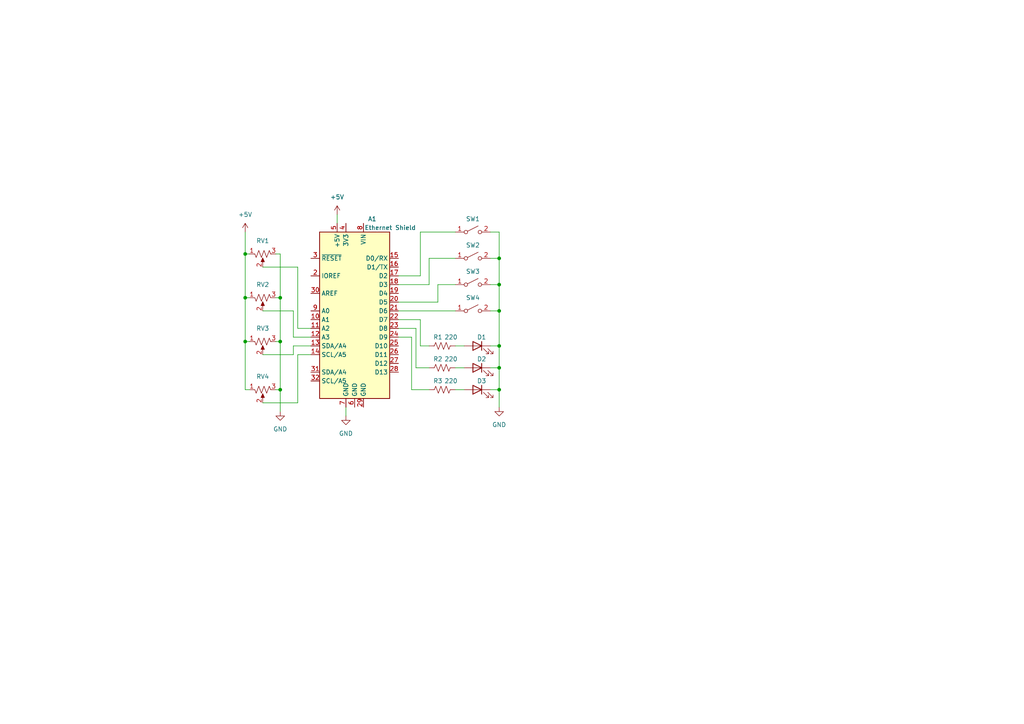
<source format=kicad_sch>
(kicad_sch (version 20230121) (generator eeschema)
  (paper "A4")
  (lib_symbols
    (symbol "Device:LED" (pin_numbers hide) (pin_names (offset 1.016) hide)
      (property "Reference" "D" (at 0 2.54 0))
      (property "Value" "LED" (at 0 -2.54 0))
      (symbol "LED_0_1"
        (polyline (pts (xy -1.27 -1.27) (xy -1.27 1.27)) (stroke (width 0.254)))
        (polyline (pts (xy -1.27 0) (xy 1.27 0)))
        (polyline (pts (xy 1.27 -1.27) (xy 1.27 1.27) (xy -1.27 0) (xy 1.27 -1.27)) (stroke (width 0.254)))
        (polyline (pts (xy -3.048 -0.762) (xy -4.572 -2.286) (xy -3.81 -2.286) (xy -4.572 -2.286) (xy -4.572 -1.524)))
        (polyline (pts (xy -1.778 -0.762) (xy -3.302 -2.286) (xy -2.54 -2.286) (xy -3.302 -2.286) (xy -3.302 -1.524)))
      )
      (symbol "LED_1_1"
        (pin passive line (at -3.81 0 0) (length 2.54) (name "K") (number "1"))
        (pin passive line (at 3.81 0 180) (length 2.54) (name "A") (number "2"))
      )
    )
    (symbol "Device:R_Potentiometer_US" (pin_names (offset 1.016) hide)
      (property "Reference" "RV" (at -4.445 0 90))
      (property "Value" "R_Potentiometer_US" (at -2.54 0 90))
      (symbol "R_Potentiometer_US_0_1"
        (polyline (pts (xy 0 -2.286) (xy 0 -2.54)))
        (polyline (pts (xy 0 2.54) (xy 0 2.286)))
        (polyline (pts (xy 2.54 0) (xy 1.524 0)))
        (polyline (pts (xy 1.143 0) (xy 2.286 0.508) (xy 2.286 -0.508) (xy 1.143 0)) (fill (type outline)))
        (polyline (pts (xy 0 -0.762) (xy 1.016 -1.143) (xy 0 -1.524) (xy -1.016 -1.905) (xy 0 -2.286)))
        (polyline (pts (xy 0 0.762) (xy 1.016 0.381) (xy 0 0) (xy -1.016 -0.381) (xy 0 -0.762)))
        (polyline (pts (xy 0 2.286) (xy 1.016 1.905) (xy 0 1.524) (xy -1.016 1.143) (xy 0 0.762)))
      )
      (symbol "R_Potentiometer_US_1_1"
        (pin passive line (at 0 3.81 270) (length 1.27) (name "1") (number "1"))
        (pin passive line (at 3.81 0 180) (length 1.27) (name "2") (number "2"))
        (pin passive line (at 0 -3.81 90) (length 1.27) (name "3") (number "3"))
      )
    )
    (symbol "Device:R_US" (pin_numbers hide) (pin_names (offset 0))
      (property "Reference" "R" (at 2.54 0 90))
      (property "Value" "R_US" (at -2.54 0 90))
      (symbol "R_US_0_1"
        (polyline (pts (xy 0 -2.286) (xy 0 -2.54)))
        (polyline (pts (xy 0 2.286) (xy 0 2.54)))
        (polyline (pts (xy 0 -0.762) (xy 1.016 -1.143) (xy 0 -1.524) (xy -1.016 -1.905) (xy 0 -2.286)))
        (polyline (pts (xy 0 0.762) (xy 1.016 0.381) (xy 0 0) (xy -1.016 -0.381) (xy 0 -0.762)))
        (polyline (pts (xy 0 2.286) (xy 1.016 1.905) (xy 0 1.524) (xy -1.016 1.143) (xy 0 0.762)))
      )
      (symbol "R_US_1_1"
        (pin passive line (at 0 3.81 270) (length 1.27) (name "~") (number "1"))
        (pin passive line (at 0 -3.81 90) (length 1.27) (name "~") (number "2"))
      )
    )
    (symbol "MCU_Module:Arduino_UNO_R3"
      (property "Reference" "A" (at -10.16 23.495 0))
      (property "Value" "Arduino_UNO_R3" (at 5.08 -26.67 0))
      (symbol "Arduino_UNO_R3_0_1"
        (rectangle (start -10.16 22.86) (end 10.16 -25.4) (stroke (width 0.254)) (fill (type background)))
      )
      (symbol "Arduino_UNO_R3_1_1"
        (pin no_connect line (at -10.16 -20.32 0) (length 2.54) hide (name "NC") (number "1"))
        (pin bidirectional line (at 12.7 -2.54 180) (length 2.54) (name "A1") (number "10"))
        (pin bidirectional line (at 12.7 -5.08 180) (length 2.54) (name "A2") (number "11"))
        (pin bidirectional line (at 12.7 -7.62 180) (length 2.54) (name "A3") (number "12"))
        (pin bidirectional line (at 12.7 -10.16 180) (length 2.54) (name "SDA/A4") (number "13"))
        (pin bidirectional line (at 12.7 -12.7 180) (length 2.54) (name "SCL/A5") (number "14"))
        (pin bidirectional line (at -12.7 15.24 0) (length 2.54) (name "D0/RX") (number "15"))
        (pin bidirectional line (at -12.7 12.7 0) (length 2.54) (name "D1/TX") (number "16"))
        (pin bidirectional line (at -12.7 10.16 0) (length 2.54) (name "D2") (number "17"))
        (pin bidirectional line (at -12.7 7.62 0) (length 2.54) (name "D3") (number "18"))
        (pin bidirectional line (at -12.7 5.08 0) (length 2.54) (name "D4") (number "19"))
        (pin output line (at 12.7 10.16 180) (length 2.54) (name "IOREF") (number "2"))
        (pin bidirectional line (at -12.7 2.54 0) (length 2.54) (name "D5") (number "20"))
        (pin bidirectional line (at -12.7 0 0) (length 2.54) (name "D6") (number "21"))
        (pin bidirectional line (at -12.7 -2.54 0) (length 2.54) (name "D7") (number "22"))
        (pin bidirectional line (at -12.7 -5.08 0) (length 2.54) (name "D8") (number "23"))
        (pin bidirectional line (at -12.7 -7.62 0) (length 2.54) (name "D9") (number "24"))
        (pin bidirectional line (at -12.7 -10.16 0) (length 2.54) (name "D10") (number "25"))
        (pin bidirectional line (at -12.7 -12.7 0) (length 2.54) (name "D11") (number "26"))
        (pin bidirectional line (at -12.7 -15.24 0) (length 2.54) (name "D12") (number "27"))
        (pin bidirectional line (at -12.7 -17.78 0) (length 2.54) (name "D13") (number "28"))
        (pin power_in line (at -2.54 -27.94 90) (length 2.54) (name "GND") (number "29"))
        (pin input line (at 12.7 15.24 180) (length 2.54) (name "~{RESET}") (number "3"))
        (pin input line (at 12.7 5.08 180) (length 2.54) (name "AREF") (number "30"))
        (pin bidirectional line (at 12.7 -17.78 180) (length 2.54) (name "SDA/A4") (number "31"))
        (pin bidirectional line (at 12.7 -20.32 180) (length 2.54) (name "SCL/A5") (number "32"))
        (pin power_out line (at 2.54 25.4 270) (length 2.54) (name "3V3") (number "4"))
        (pin power_out line (at 5.08 25.4 270) (length 2.54) (name "+5V") (number "5"))
        (pin power_in line (at 0 -27.94 90) (length 2.54) (name "GND") (number "6"))
        (pin power_in line (at 2.54 -27.94 90) (length 2.54) (name "GND") (number "7"))
        (pin power_in line (at -2.54 25.4 270) (length 2.54) (name "VIN") (number "8"))
        (pin bidirectional line (at 12.7 0 180) (length 2.54) (name "A0") (number "9"))
      )
    )
    (symbol "Switch:SW_SPST" (pin_names (offset 0) hide)
      (property "Reference" "SW" (at 0 3.175 0))
      (property "Value" "SW_SPST" (at 0 -2.54 0))
      (symbol "SW_SPST_0_0"
        (circle (center -2.032 0) (radius 0.508))
        (polyline (pts (xy -1.524 0.254) (xy 1.524 1.778)))
        (circle (center 2.032 0) (radius 0.508))
      )
      (symbol "SW_SPST_1_1"
        (pin passive line (at -5.08 0 0) (length 2.54) (name "A") (number "1"))
        (pin passive line (at 5.08 0 180) (length 2.54) (name "B") (number "2"))
      )
    )
    (symbol "power:+5V" (power) (pin_names (offset 0))
      (property "Value" "+5V" (at 0 3.556 0))
      (symbol "+5V_0_1"
        (polyline (pts (xy -0.762 1.27) (xy 0 2.54)))
        (polyline (pts (xy 0 0) (xy 0 2.54)))
        (polyline (pts (xy 0 2.54) (xy 0.762 1.27)))
      )
      (symbol "+5V_1_1"
        (pin power_in line (at 0 0 90) (length 0) hide (name "+5V") (number "1"))
      )
    )
    (symbol "power:GND" (power) (pin_names (offset 0))
      (property "Value" "GND" (at 0 -3.81 0))
      (symbol "GND_0_1"
        (polyline (pts (xy 0 0) (xy 0 -1.27) (xy 1.27 -1.27) (xy 0 -2.54) (xy -1.27 -1.27) (xy 0 -1.27)))
      )
      (symbol "GND_1_1"
        (pin power_in line (at 0 0 270) (length 0) hide (name "GND") (number "1"))
      )
    )
  )
  (junction (at 71.12 73.66))
  (junction (at 144.78 100.33))
  (junction (at 81.28 86.36))
  (junction (at 144.78 82.55))
  (junction (at 71.12 99.06))
  (junction (at 71.12 86.36))
  (junction (at 81.28 99.06))
  (junction (at 81.28 113.03))
  (junction (at 144.78 90.17))
  (junction (at 144.78 74.93))
  (junction (at 144.78 106.68))
  (junction (at 144.78 113.03))
  (wire (pts (xy 85.09 102.87) (xy 85.09 100.33)))
  (wire (pts (xy 86.36 95.25) (xy 90.17 95.25)))
  (wire (pts (xy 121.92 67.31) (xy 132.08 67.31)))
  (wire (pts (xy 132.08 113.03) (xy 134.62 113.03)))
  (wire (pts (xy 132.08 106.68) (xy 134.62 106.68)))
  (wire (pts (xy 144.78 67.31) (xy 144.78 74.93)))
  (wire (pts (xy 124.46 82.55) (xy 124.46 74.93)))
  (wire (pts (xy 144.78 90.17) (xy 144.78 100.33)))
  (wire (pts (xy 115.57 87.63) (xy 127 87.63)))
  (wire (pts (xy 97.79 62.23) (xy 97.79 64.77)))
  (wire (pts (xy 72.39 99.06) (xy 71.12 99.06)))
  (wire (pts (xy 144.78 113.03) (xy 144.78 118.11)))
  (wire (pts (xy 142.24 67.31) (xy 144.78 67.31)))
  (wire (pts (xy 100.33 118.11) (xy 100.33 120.65)))
  (wire (pts (xy 80.01 73.66) (xy 81.28 73.66)))
  (wire (pts (xy 71.12 99.06) (xy 71.12 86.36)))
  (wire (pts (xy 121.92 100.33) (xy 124.46 100.33)))
  (wire (pts (xy 71.12 113.03) (xy 71.12 99.06)))
  (wire (pts (xy 71.12 86.36) (xy 71.12 73.66)))
  (wire (pts (xy 142.24 90.17) (xy 144.78 90.17)))
  (wire (pts (xy 85.09 90.17) (xy 85.09 97.79)))
  (wire (pts (xy 115.57 95.25) (xy 120.65 95.25)))
  (wire (pts (xy 80.01 86.36) (xy 81.28 86.36)))
  (wire (pts (xy 115.57 90.17) (xy 132.08 90.17)))
  (wire (pts (xy 81.28 113.03) (xy 81.28 119.38)))
  (wire (pts (xy 86.36 77.47) (xy 86.36 95.25)))
  (wire (pts (xy 86.36 116.84) (xy 86.36 102.87)))
  (wire (pts (xy 142.24 113.03) (xy 144.78 113.03)))
  (wire (pts (xy 80.01 99.06) (xy 81.28 99.06)))
  (wire (pts (xy 144.78 100.33) (xy 142.24 100.33)))
  (wire (pts (xy 71.12 73.66) (xy 71.12 67.31)))
  (wire (pts (xy 85.09 97.79) (xy 90.17 97.79)))
  (wire (pts (xy 81.28 99.06) (xy 81.28 113.03)))
  (wire (pts (xy 86.36 102.87) (xy 90.17 102.87)))
  (wire (pts (xy 144.78 82.55) (xy 144.78 90.17)))
  (wire (pts (xy 72.39 73.66) (xy 71.12 73.66)))
  (wire (pts (xy 72.39 86.36) (xy 71.12 86.36)))
  (wire (pts (xy 76.2 116.84) (xy 86.36 116.84)))
  (wire (pts (xy 124.46 74.93) (xy 132.08 74.93)))
  (wire (pts (xy 115.57 80.01) (xy 121.92 80.01)))
  (wire (pts (xy 144.78 74.93) (xy 144.78 82.55)))
  (wire (pts (xy 144.78 106.68) (xy 142.24 106.68)))
  (wire (pts (xy 120.65 95.25) (xy 120.65 106.68)))
  (wire (pts (xy 115.57 97.79) (xy 119.38 97.79)))
  (wire (pts (xy 80.01 113.03) (xy 81.28 113.03)))
  (wire (pts (xy 121.92 92.71) (xy 121.92 100.33)))
  (wire (pts (xy 85.09 100.33) (xy 90.17 100.33)))
  (wire (pts (xy 132.08 100.33) (xy 134.62 100.33)))
  (wire (pts (xy 142.24 82.55) (xy 144.78 82.55)))
  (wire (pts (xy 115.57 82.55) (xy 124.46 82.55)))
  (wire (pts (xy 119.38 97.79) (xy 119.38 113.03)))
  (wire (pts (xy 76.2 90.17) (xy 85.09 90.17)))
  (wire (pts (xy 115.57 92.71) (xy 121.92 92.71)))
  (wire (pts (xy 120.65 106.68) (xy 124.46 106.68)))
  (wire (pts (xy 72.39 113.03) (xy 71.12 113.03)))
  (wire (pts (xy 81.28 73.66) (xy 81.28 86.36)))
  (wire (pts (xy 144.78 100.33) (xy 144.78 106.68)))
  (wire (pts (xy 144.78 113.03) (xy 144.78 106.68)))
  (wire (pts (xy 119.38 113.03) (xy 124.46 113.03)))
  (wire (pts (xy 127 87.63) (xy 127 82.55)))
  (wire (pts (xy 76.2 77.47) (xy 86.36 77.47)))
  (wire (pts (xy 76.2 102.87) (xy 85.09 102.87)))
  (wire (pts (xy 81.28 86.36) (xy 81.28 99.06)))
  (wire (pts (xy 142.24 74.93) (xy 144.78 74.93)))
  (wire (pts (xy 121.92 80.01) (xy 121.92 67.31)))
  (wire (pts (xy 127 82.55) (xy 132.08 82.55)))
  (symbol (lib_id "power:GND") (at 81.28 119.38 0) (unit 1)
    (property "Reference" "#PWR03" (effects hide))
    (property "Value" "GND" (at 81.28 124.46 0))
  )
  (symbol (lib_id "power:GND") (at 144.78 118.11 0) (unit 1)
    (property "Reference" "#PWR02" (effects hide))
    (property "Value" "GND" (at 144.78 123.19 0))
  )
  (symbol (lib_id "power:+5V") (at 97.79 62.23 0) (unit 1)
    (property "Reference" "#PWR04" (effects hide))
    (property "Value" "+5V" (at 97.79 57.15 0))
  )
  (symbol (lib_id "Device:R_Potentiometer_US") (at 76.2 99.06 90) (mirror x) (unit 1)
    (property "Reference" "RV3" (at 76.2 95.25 90))
    (property "Value" "R_Potentiometer_US" (effects hide))
  )
  (symbol (lib_id "Device:LED") (at 138.43 106.68 0) (mirror y) (unit 1)
    (property "Reference" "D2" (at 139.7 104.14 0))
    (property "Value" "LED" (effects hide))
  )
  (symbol (lib_id "Switch:SW_SPST") (at 137.16 82.55 0) (unit 1)
    (property "Reference" "SW3" (at 137.16 78.74 0))
    (property "Value" "SW_SPST" (effects hide))
  )
  (symbol (lib_id "MCU_Module:Arduino_UNO_R3") (at 102.87 90.17 0) (mirror y) (unit 1)
    (property "Reference" "A1" (at 109.22 63.5 0) (effects (justify left)))
    (property "Value" "Ethernet Shield" (at 120.65 66.04 0) (effects (justify left)))
    (property "Footprint" "Module:Arduino_UNO_R3" (effects hide))
    (property "Datasheet" "https://www.arduino.cc/en/Main/arduinoBoardUno" (effects hide))
  )
  (symbol (lib_id "Device:R_Potentiometer_US") (at 76.2 86.36 90) (mirror x) (unit 1)
    (property "Reference" "RV2" (at 76.2 82.55 90))
    (property "Value" "R_Potentiometer_US" (effects hide))
  )
  (symbol (lib_id "Switch:SW_SPST") (at 137.16 90.17 0) (unit 1)
    (property "Reference" "SW4" (at 137.16 86.36 0))
    (property "Value" "SW_SPST" (effects hide))
  )
  (symbol (lib_id "Switch:SW_SPST") (at 137.16 74.93 0) (unit 1)
    (property "Reference" "SW2" (at 137.16 71.12 0))
    (property "Value" "SW_SPST" (effects hide))
  )
  (symbol (lib_id "power:GND") (at 100.33 120.65 0) (unit 1)
    (property "Reference" "#PWR05" (effects hide))
    (property "Value" "GND" (at 100.33 125.73 0))
  )
  (symbol (lib_id "Device:R_Potentiometer_US") (at 76.2 73.66 90) (mirror x) (unit 1)
    (property "Reference" "RV1" (at 76.2 69.85 90))
    (property "Value" "R_Potentiometer_US" (effects hide))
  )
  (symbol (lib_id "Device:R_US") (at 128.27 106.68 90) (unit 1)
    (property "Reference" "R2" (at 127 104.14 90))
    (property "Value" "220" (at 130.81 104.14 90))
  )
  (symbol (lib_id "Device:R_Potentiometer_US") (at 76.2 113.03 90) (mirror x) (unit 1)
    (property "Reference" "RV4" (at 76.2 109.22 90))
    (property "Value" "R_Potentiometer_US" (effects hide))
  )
  (symbol (lib_id "Device:R_US") (at 128.27 113.03 90) (unit 1)
    (property "Reference" "R3" (at 127 110.49 90))
    (property "Value" "220" (at 130.81 110.49 90))
  )
  (symbol (lib_id "Device:R_US") (at 128.27 100.33 90) (unit 1)
    (property "Reference" "R1" (at 127 97.79 90))
    (property "Value" "220" (at 130.81 97.79 90))
  )
  (symbol (lib_id "Switch:SW_SPST") (at 137.16 67.31 0) (unit 1)
    (property "Reference" "SW1" (at 137.16 63.5 0))
    (property "Value" "SW_SPST" (effects hide))
  )
  (symbol (lib_id "power:+5V") (at 71.12 67.31 0) (unit 1)
    (property "Reference" "#PWR01" (effects hide))
    (property "Value" "+5V" (at 71.12 62.23 0))
  )
  (symbol (lib_id "Device:LED") (at 138.43 100.33 0) (mirror y) (unit 1)
    (property "Reference" "D1" (at 139.7 97.79 0))
    (property "Value" "LED" (effects hide))
  )
  (symbol (lib_id "Device:LED") (at 138.43 113.03 0) (mirror y) (unit 1)
    (property "Reference" "D3" (at 139.7 110.49 0))
    (property "Value" "LED" (effects hide))
  )
)
</source>
